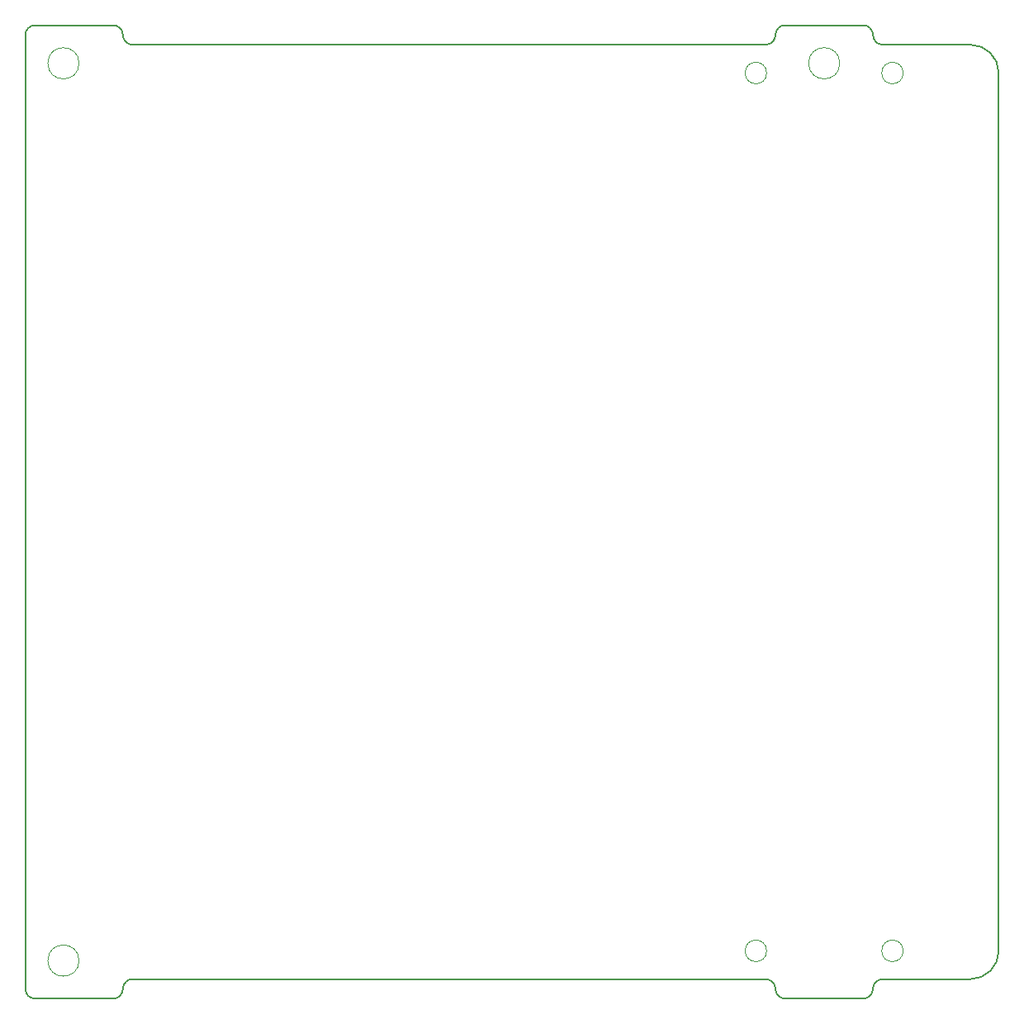
<source format=gbr>
%TF.GenerationSoftware,KiCad,Pcbnew,8.0.6-8.0.6-0~ubuntu24.04.1*%
%TF.CreationDate,2024-12-11T16:39:26+03:00*%
%TF.ProjectId,PM-PS,504d2d50-532e-46b6-9963-61645f706362,rev?*%
%TF.SameCoordinates,Original*%
%TF.FileFunction,Profile,NP*%
%FSLAX46Y46*%
G04 Gerber Fmt 4.6, Leading zero omitted, Abs format (unit mm)*
G04 Created by KiCad (PCBNEW 8.0.6-8.0.6-0~ubuntu24.04.1) date 2024-12-11 16:39:26*
%MOMM*%
%LPD*%
G01*
G04 APERTURE LIST*
%TA.AperFunction,Profile*%
%ADD10C,0.200000*%
%TD*%
%TA.AperFunction,Profile*%
%ADD11C,0.050000*%
%TD*%
G04 APERTURE END LIST*
D10*
X37000000Y-48900000D02*
G75*
G02*
X38000000Y-47900000I1000000J0D01*
G01*
X-48900000Y-49900000D02*
G75*
G02*
X-49900000Y-48900000I0J1000000D01*
G01*
X49900000Y45000000D02*
X49900000Y-45000000D01*
X28000000Y-49900000D02*
X36000000Y-49900000D01*
X-49900000Y48900000D02*
G75*
G02*
X-48900000Y49900000I1000000J0D01*
G01*
X-38900000Y47900000D02*
G75*
G02*
X-39900000Y48900000I0J1000000D01*
G01*
X47000000Y47900000D02*
G75*
G02*
X49900000Y45000000I0J-2900000D01*
G01*
X26000000Y-47900000D02*
G75*
G02*
X27000000Y-48900000I0J-1000000D01*
G01*
X49900000Y-45000000D02*
G75*
G02*
X47000000Y-47900000I-2900000J0D01*
G01*
X37000000Y-48900000D02*
G75*
G02*
X36000000Y-49900000I-1000000J0D01*
G01*
X-48900000Y-49900000D02*
X-40900000Y-49900000D01*
X27000000Y48900000D02*
G75*
G02*
X26000000Y47900000I-1000000J0D01*
G01*
X38000000Y47900000D02*
G75*
G02*
X37000000Y48900000I0J1000000D01*
G01*
X-39900000Y-48900000D02*
G75*
G02*
X-40900000Y-49900000I-1000000J0D01*
G01*
X-38900000Y47900000D02*
X26000000Y47900000D01*
X47000000Y47900000D02*
X38000000Y47900000D01*
X38000000Y-47900000D02*
X47000000Y-47900000D01*
X-40900000Y49900000D02*
G75*
G02*
X-39900000Y48900000I0J-1000000D01*
G01*
X-39900000Y-48900000D02*
G75*
G02*
X-38900000Y-47900000I1000000J0D01*
G01*
X28000000Y-49900000D02*
G75*
G02*
X27000000Y-48900000I0J1000000D01*
G01*
X-48900000Y49900000D02*
X-40900000Y49900000D01*
X27000000Y48900000D02*
G75*
G02*
X28000000Y49900000I1000000J0D01*
G01*
X-49900000Y48900000D02*
X-49900000Y-48900000D01*
X26000000Y-47900000D02*
X-38900000Y-47900000D01*
X36000000Y49900000D02*
G75*
G02*
X37000000Y48900000I0J-1000000D01*
G01*
X36000000Y49900000D02*
X28000000Y49900000D01*
D11*
%TO.C,H3*%
X-44400000Y-46000000D02*
G75*
G02*
X-47600000Y-46000000I-1600000J0D01*
G01*
X-47600000Y-46000000D02*
G75*
G02*
X-44400000Y-46000000I1600000J0D01*
G01*
%TO.C,H2*%
X33600000Y46000000D02*
G75*
G02*
X30400000Y46000000I-1600000J0D01*
G01*
X30400000Y46000000D02*
G75*
G02*
X33600000Y46000000I1600000J0D01*
G01*
%TO.C,H1*%
X-44400000Y46000000D02*
G75*
G02*
X-47600000Y46000000I-1600000J0D01*
G01*
X-47600000Y46000000D02*
G75*
G02*
X-44400000Y46000000I1600000J0D01*
G01*
%TO.C,U3*%
X26100000Y45000000D02*
G75*
G02*
X23900000Y45000000I-1100000J0D01*
G01*
X23900000Y45000000D02*
G75*
G02*
X26100000Y45000000I1100000J0D01*
G01*
X26100000Y-45000000D02*
G75*
G02*
X23900000Y-45000000I-1100000J0D01*
G01*
X23900000Y-45000000D02*
G75*
G02*
X26100000Y-45000000I1100000J0D01*
G01*
X40100000Y45000000D02*
G75*
G02*
X37900000Y45000000I-1100000J0D01*
G01*
X37900000Y45000000D02*
G75*
G02*
X40100000Y45000000I1100000J0D01*
G01*
X40100000Y-45000000D02*
G75*
G02*
X37900000Y-45000000I-1100000J0D01*
G01*
X37900000Y-45000000D02*
G75*
G02*
X40100000Y-45000000I1100000J0D01*
G01*
%TD*%
M02*

</source>
